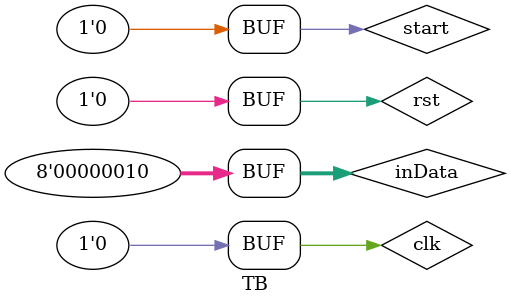
<source format=v>
`timescale 1ns/1ns

module TB();

parameter N = 2;
parameter M = 2;
parameter DW = 8;
parameter RW = 3 * DW;

reg start, clk, rst;
wire done, overflow;
reg [DW-1:0] inData;
wire [DW-1:0] outData;

matrixMultiplier DUT_(.clk(clk), .rst(rst), .start(start), .done(done), .inData(inData), .outData(outData), .overflow(overflow));

initial begin
clk = 0; rst = 0; inData = 0; start = 0;
#100 begin rst = 1; end
#100 begin rst = 0; end
#100 begin start = 1; end
#100 begin clk = 1; end
#100 begin clk = 0; end
#100 begin start = 0; end
#100 begin clk = 1; end
#100 begin clk = 0; end
#100 begin clk=1; inData = 2; end
#100 begin clk=0; end
#100 begin clk=1; inData = 5; end
#100 begin clk=0; end
#100 begin clk=1; inData = 1; end
#100 begin clk=0; end
#100 begin clk=1; inData = 3; end
#100 begin clk=0; end
#100 begin clk=1; inData = 1; end
#100 begin clk=0; end
#100 begin clk=1; inData = 4; end
#100 begin clk=0; end
#100 begin clk=1; inData = 2; end
#100 begin clk=0; end
#100 begin clk=1; inData = 2; end
#100 begin clk=0; end
repeat (100) #100 clk=~clk;
end

endmodule // TB

</source>
